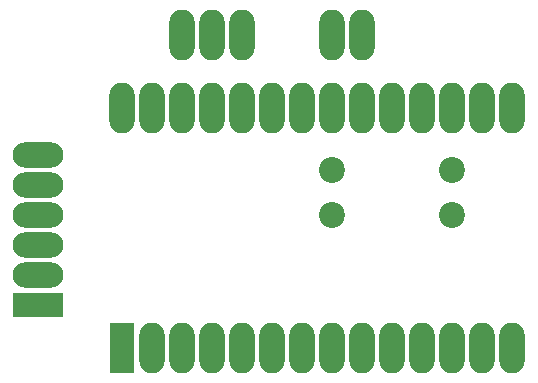
<source format=gbr>
G04 #@! TF.GenerationSoftware,KiCad,Pcbnew,(5.1.5)-3*
G04 #@! TF.CreationDate,2020-03-27T21:35:25+01:00*
G04 #@! TF.ProjectId,LoraWAN,4c6f7261-5741-44e2-9e6b-696361645f70,rev?*
G04 #@! TF.SameCoordinates,Original*
G04 #@! TF.FileFunction,Copper,L1,Top*
G04 #@! TF.FilePolarity,Positive*
%FSLAX46Y46*%
G04 Gerber Fmt 4.6, Leading zero omitted, Abs format (unit mm)*
G04 Created by KiCad (PCBNEW (5.1.5)-3) date 2020-03-27 21:35:25*
%MOMM*%
%LPD*%
G04 APERTURE LIST*
%ADD10O,2.150000X4.300000*%
%ADD11R,2.150000X4.300000*%
%ADD12R,4.300000X2.150000*%
%ADD13O,4.300000X2.150000*%
%ADD14C,2.200000*%
G04 APERTURE END LIST*
D10*
X137160000Y-88792765D03*
X139700000Y-88792765D03*
X142240000Y-88792765D03*
X144780000Y-88792765D03*
X147320000Y-88792765D03*
X149860000Y-88792765D03*
X152400000Y-88792765D03*
X154940000Y-88792765D03*
X157480000Y-88792765D03*
X160020000Y-88792765D03*
X162560000Y-88792765D03*
X165100000Y-88792765D03*
X167640000Y-88792765D03*
X170180000Y-109112765D03*
X167640000Y-109112765D03*
X165100000Y-109112765D03*
X162560000Y-109112765D03*
X160020000Y-109112765D03*
X157480000Y-109112765D03*
X154940000Y-109112765D03*
X152400000Y-109112765D03*
X149860000Y-109112765D03*
X147320000Y-109112765D03*
X144780000Y-109112765D03*
X142240000Y-109112765D03*
X139700000Y-109112765D03*
X170180000Y-88792765D03*
D11*
X137160000Y-109112765D03*
D12*
X130048000Y-105410000D03*
D13*
X130048000Y-102870000D03*
X130048000Y-100330000D03*
X130048000Y-97790000D03*
X130048000Y-95250000D03*
X130048000Y-92710000D03*
D14*
X154940000Y-97790000D03*
X165100000Y-97790000D03*
X154939999Y-93980002D03*
X165099999Y-93980002D03*
D10*
X142240000Y-82550000D03*
X144780000Y-82550000D03*
X147320000Y-82550000D03*
X157480000Y-82550000D03*
X154940000Y-82550000D03*
M02*

</source>
